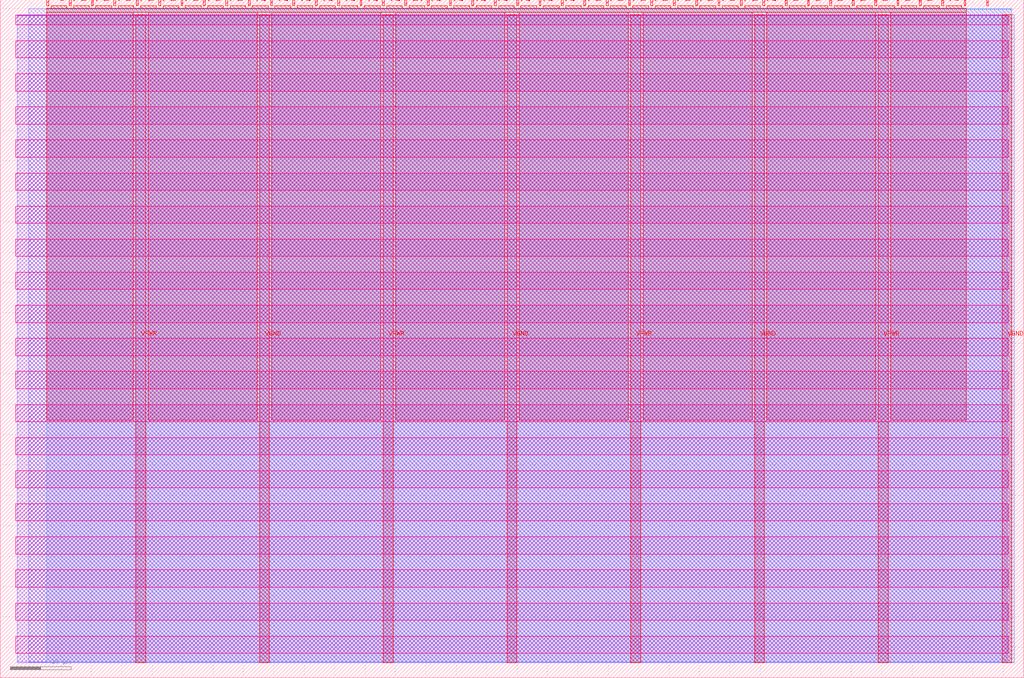
<source format=lef>
VERSION 5.7 ;
  NOWIREEXTENSIONATPIN ON ;
  DIVIDERCHAR "/" ;
  BUSBITCHARS "[]" ;
MACRO tt_um_simple_processor_pablopabota
  CLASS BLOCK ;
  FOREIGN tt_um_simple_processor_pablopabota ;
  ORIGIN 0.000 0.000 ;
  SIZE 168.360 BY 111.520 ;
  PIN VGND
    DIRECTION INOUT ;
    USE GROUND ;
    PORT
      LAYER met4 ;
        RECT 42.670 2.480 44.270 109.040 ;
    END
    PORT
      LAYER met4 ;
        RECT 83.380 2.480 84.980 109.040 ;
    END
    PORT
      LAYER met4 ;
        RECT 124.090 2.480 125.690 109.040 ;
    END
    PORT
      LAYER met4 ;
        RECT 164.800 2.480 166.400 109.040 ;
    END
  END VGND
  PIN VPWR
    DIRECTION INOUT ;
    USE POWER ;
    PORT
      LAYER met4 ;
        RECT 22.315 2.480 23.915 109.040 ;
    END
    PORT
      LAYER met4 ;
        RECT 63.025 2.480 64.625 109.040 ;
    END
    PORT
      LAYER met4 ;
        RECT 103.735 2.480 105.335 109.040 ;
    END
    PORT
      LAYER met4 ;
        RECT 144.445 2.480 146.045 109.040 ;
    END
  END VPWR
  PIN clk
    DIRECTION INPUT ;
    USE SIGNAL ;
    ANTENNAGATEAREA 0.852000 ;
    PORT
      LAYER met4 ;
        RECT 158.550 110.520 158.850 111.520 ;
    END
  END clk
  PIN ena
    DIRECTION INPUT ;
    USE SIGNAL ;
    PORT
      LAYER met4 ;
        RECT 162.230 110.520 162.530 111.520 ;
    END
  END ena
  PIN rst_n
    DIRECTION INPUT ;
    USE SIGNAL ;
    ANTENNAGATEAREA 0.213000 ;
    PORT
      LAYER met4 ;
        RECT 154.870 110.520 155.170 111.520 ;
    END
  END rst_n
  PIN ui_in[0]
    DIRECTION INPUT ;
    USE SIGNAL ;
    ANTENNAGATEAREA 0.196500 ;
    PORT
      LAYER met4 ;
        RECT 151.190 110.520 151.490 111.520 ;
    END
  END ui_in[0]
  PIN ui_in[1]
    DIRECTION INPUT ;
    USE SIGNAL ;
    ANTENNAGATEAREA 0.196500 ;
    PORT
      LAYER met4 ;
        RECT 147.510 110.520 147.810 111.520 ;
    END
  END ui_in[1]
  PIN ui_in[2]
    DIRECTION INPUT ;
    USE SIGNAL ;
    ANTENNAGATEAREA 0.213000 ;
    PORT
      LAYER met4 ;
        RECT 143.830 110.520 144.130 111.520 ;
    END
  END ui_in[2]
  PIN ui_in[3]
    DIRECTION INPUT ;
    USE SIGNAL ;
    ANTENNAGATEAREA 0.159000 ;
    PORT
      LAYER met4 ;
        RECT 140.150 110.520 140.450 111.520 ;
    END
  END ui_in[3]
  PIN ui_in[4]
    DIRECTION INPUT ;
    USE SIGNAL ;
    ANTENNAGATEAREA 0.196500 ;
    PORT
      LAYER met4 ;
        RECT 136.470 110.520 136.770 111.520 ;
    END
  END ui_in[4]
  PIN ui_in[5]
    DIRECTION INPUT ;
    USE SIGNAL ;
    PORT
      LAYER met4 ;
        RECT 132.790 110.520 133.090 111.520 ;
    END
  END ui_in[5]
  PIN ui_in[6]
    DIRECTION INPUT ;
    USE SIGNAL ;
    PORT
      LAYER met4 ;
        RECT 129.110 110.520 129.410 111.520 ;
    END
  END ui_in[6]
  PIN ui_in[7]
    DIRECTION INPUT ;
    USE SIGNAL ;
    PORT
      LAYER met4 ;
        RECT 125.430 110.520 125.730 111.520 ;
    END
  END ui_in[7]
  PIN uio_in[0]
    DIRECTION INPUT ;
    USE SIGNAL ;
    PORT
      LAYER met4 ;
        RECT 121.750 110.520 122.050 111.520 ;
    END
  END uio_in[0]
  PIN uio_in[1]
    DIRECTION INPUT ;
    USE SIGNAL ;
    PORT
      LAYER met4 ;
        RECT 118.070 110.520 118.370 111.520 ;
    END
  END uio_in[1]
  PIN uio_in[2]
    DIRECTION INPUT ;
    USE SIGNAL ;
    PORT
      LAYER met4 ;
        RECT 114.390 110.520 114.690 111.520 ;
    END
  END uio_in[2]
  PIN uio_in[3]
    DIRECTION INPUT ;
    USE SIGNAL ;
    PORT
      LAYER met4 ;
        RECT 110.710 110.520 111.010 111.520 ;
    END
  END uio_in[3]
  PIN uio_in[4]
    DIRECTION INPUT ;
    USE SIGNAL ;
    PORT
      LAYER met4 ;
        RECT 107.030 110.520 107.330 111.520 ;
    END
  END uio_in[4]
  PIN uio_in[5]
    DIRECTION INPUT ;
    USE SIGNAL ;
    PORT
      LAYER met4 ;
        RECT 103.350 110.520 103.650 111.520 ;
    END
  END uio_in[5]
  PIN uio_in[6]
    DIRECTION INPUT ;
    USE SIGNAL ;
    PORT
      LAYER met4 ;
        RECT 99.670 110.520 99.970 111.520 ;
    END
  END uio_in[6]
  PIN uio_in[7]
    DIRECTION INPUT ;
    USE SIGNAL ;
    PORT
      LAYER met4 ;
        RECT 95.990 110.520 96.290 111.520 ;
    END
  END uio_in[7]
  PIN uio_oe[0]
    DIRECTION OUTPUT TRISTATE ;
    USE SIGNAL ;
    PORT
      LAYER met4 ;
        RECT 33.430 110.520 33.730 111.520 ;
    END
  END uio_oe[0]
  PIN uio_oe[1]
    DIRECTION OUTPUT TRISTATE ;
    USE SIGNAL ;
    PORT
      LAYER met4 ;
        RECT 29.750 110.520 30.050 111.520 ;
    END
  END uio_oe[1]
  PIN uio_oe[2]
    DIRECTION OUTPUT TRISTATE ;
    USE SIGNAL ;
    PORT
      LAYER met4 ;
        RECT 26.070 110.520 26.370 111.520 ;
    END
  END uio_oe[2]
  PIN uio_oe[3]
    DIRECTION OUTPUT TRISTATE ;
    USE SIGNAL ;
    PORT
      LAYER met4 ;
        RECT 22.390 110.520 22.690 111.520 ;
    END
  END uio_oe[3]
  PIN uio_oe[4]
    DIRECTION OUTPUT TRISTATE ;
    USE SIGNAL ;
    PORT
      LAYER met4 ;
        RECT 18.710 110.520 19.010 111.520 ;
    END
  END uio_oe[4]
  PIN uio_oe[5]
    DIRECTION OUTPUT TRISTATE ;
    USE SIGNAL ;
    PORT
      LAYER met4 ;
        RECT 15.030 110.520 15.330 111.520 ;
    END
  END uio_oe[5]
  PIN uio_oe[6]
    DIRECTION OUTPUT TRISTATE ;
    USE SIGNAL ;
    PORT
      LAYER met4 ;
        RECT 11.350 110.520 11.650 111.520 ;
    END
  END uio_oe[6]
  PIN uio_oe[7]
    DIRECTION OUTPUT TRISTATE ;
    USE SIGNAL ;
    PORT
      LAYER met4 ;
        RECT 7.670 110.520 7.970 111.520 ;
    END
  END uio_oe[7]
  PIN uio_out[0]
    DIRECTION OUTPUT TRISTATE ;
    USE SIGNAL ;
    PORT
      LAYER met4 ;
        RECT 62.870 110.520 63.170 111.520 ;
    END
  END uio_out[0]
  PIN uio_out[1]
    DIRECTION OUTPUT TRISTATE ;
    USE SIGNAL ;
    PORT
      LAYER met4 ;
        RECT 59.190 110.520 59.490 111.520 ;
    END
  END uio_out[1]
  PIN uio_out[2]
    DIRECTION OUTPUT TRISTATE ;
    USE SIGNAL ;
    PORT
      LAYER met4 ;
        RECT 55.510 110.520 55.810 111.520 ;
    END
  END uio_out[2]
  PIN uio_out[3]
    DIRECTION OUTPUT TRISTATE ;
    USE SIGNAL ;
    PORT
      LAYER met4 ;
        RECT 51.830 110.520 52.130 111.520 ;
    END
  END uio_out[3]
  PIN uio_out[4]
    DIRECTION OUTPUT TRISTATE ;
    USE SIGNAL ;
    PORT
      LAYER met4 ;
        RECT 48.150 110.520 48.450 111.520 ;
    END
  END uio_out[4]
  PIN uio_out[5]
    DIRECTION OUTPUT TRISTATE ;
    USE SIGNAL ;
    PORT
      LAYER met4 ;
        RECT 44.470 110.520 44.770 111.520 ;
    END
  END uio_out[5]
  PIN uio_out[6]
    DIRECTION OUTPUT TRISTATE ;
    USE SIGNAL ;
    PORT
      LAYER met4 ;
        RECT 40.790 110.520 41.090 111.520 ;
    END
  END uio_out[6]
  PIN uio_out[7]
    DIRECTION OUTPUT TRISTATE ;
    USE SIGNAL ;
    PORT
      LAYER met4 ;
        RECT 37.110 110.520 37.410 111.520 ;
    END
  END uio_out[7]
  PIN uo_out[0]
    DIRECTION OUTPUT TRISTATE ;
    USE SIGNAL ;
    ANTENNADIFFAREA 0.795200 ;
    PORT
      LAYER met4 ;
        RECT 92.310 110.520 92.610 111.520 ;
    END
  END uo_out[0]
  PIN uo_out[1]
    DIRECTION OUTPUT TRISTATE ;
    USE SIGNAL ;
    ANTENNADIFFAREA 0.445500 ;
    PORT
      LAYER met4 ;
        RECT 88.630 110.520 88.930 111.520 ;
    END
  END uo_out[1]
  PIN uo_out[2]
    DIRECTION OUTPUT TRISTATE ;
    USE SIGNAL ;
    PORT
      LAYER met4 ;
        RECT 84.950 110.520 85.250 111.520 ;
    END
  END uo_out[2]
  PIN uo_out[3]
    DIRECTION OUTPUT TRISTATE ;
    USE SIGNAL ;
    PORT
      LAYER met4 ;
        RECT 81.270 110.520 81.570 111.520 ;
    END
  END uo_out[3]
  PIN uo_out[4]
    DIRECTION OUTPUT TRISTATE ;
    USE SIGNAL ;
    PORT
      LAYER met4 ;
        RECT 77.590 110.520 77.890 111.520 ;
    END
  END uo_out[4]
  PIN uo_out[5]
    DIRECTION OUTPUT TRISTATE ;
    USE SIGNAL ;
    PORT
      LAYER met4 ;
        RECT 73.910 110.520 74.210 111.520 ;
    END
  END uo_out[5]
  PIN uo_out[6]
    DIRECTION OUTPUT TRISTATE ;
    USE SIGNAL ;
    PORT
      LAYER met4 ;
        RECT 70.230 110.520 70.530 111.520 ;
    END
  END uo_out[6]
  PIN uo_out[7]
    DIRECTION OUTPUT TRISTATE ;
    USE SIGNAL ;
    PORT
      LAYER met4 ;
        RECT 66.550 110.520 66.850 111.520 ;
    END
  END uo_out[7]
  OBS
      LAYER nwell ;
        RECT 2.570 107.385 165.790 108.990 ;
        RECT 2.570 101.945 165.790 104.775 ;
        RECT 2.570 96.505 165.790 99.335 ;
        RECT 2.570 91.065 165.790 93.895 ;
        RECT 2.570 85.625 165.790 88.455 ;
        RECT 2.570 80.185 165.790 83.015 ;
        RECT 2.570 74.745 165.790 77.575 ;
        RECT 2.570 69.305 165.790 72.135 ;
        RECT 2.570 63.865 165.790 66.695 ;
        RECT 2.570 58.425 165.790 61.255 ;
        RECT 2.570 52.985 165.790 55.815 ;
        RECT 2.570 47.545 165.790 50.375 ;
        RECT 2.570 42.105 165.790 44.935 ;
        RECT 2.570 36.665 165.790 39.495 ;
        RECT 2.570 31.225 165.790 34.055 ;
        RECT 2.570 25.785 165.790 28.615 ;
        RECT 2.570 20.345 165.790 23.175 ;
        RECT 2.570 14.905 165.790 17.735 ;
        RECT 2.570 9.465 165.790 12.295 ;
        RECT 2.570 4.025 165.790 6.855 ;
      LAYER li1 ;
        RECT 2.760 2.635 165.600 108.885 ;
      LAYER met1 ;
        RECT 2.760 2.480 166.820 109.040 ;
      LAYER met2 ;
        RECT 4.700 2.535 166.370 110.005 ;
      LAYER met3 ;
        RECT 7.630 2.555 166.390 109.985 ;
      LAYER met4 ;
        RECT 8.370 110.120 10.950 110.520 ;
        RECT 12.050 110.120 14.630 110.520 ;
        RECT 15.730 110.120 18.310 110.520 ;
        RECT 19.410 110.120 21.990 110.520 ;
        RECT 23.090 110.120 25.670 110.520 ;
        RECT 26.770 110.120 29.350 110.520 ;
        RECT 30.450 110.120 33.030 110.520 ;
        RECT 34.130 110.120 36.710 110.520 ;
        RECT 37.810 110.120 40.390 110.520 ;
        RECT 41.490 110.120 44.070 110.520 ;
        RECT 45.170 110.120 47.750 110.520 ;
        RECT 48.850 110.120 51.430 110.520 ;
        RECT 52.530 110.120 55.110 110.520 ;
        RECT 56.210 110.120 58.790 110.520 ;
        RECT 59.890 110.120 62.470 110.520 ;
        RECT 63.570 110.120 66.150 110.520 ;
        RECT 67.250 110.120 69.830 110.520 ;
        RECT 70.930 110.120 73.510 110.520 ;
        RECT 74.610 110.120 77.190 110.520 ;
        RECT 78.290 110.120 80.870 110.520 ;
        RECT 81.970 110.120 84.550 110.520 ;
        RECT 85.650 110.120 88.230 110.520 ;
        RECT 89.330 110.120 91.910 110.520 ;
        RECT 93.010 110.120 95.590 110.520 ;
        RECT 96.690 110.120 99.270 110.520 ;
        RECT 100.370 110.120 102.950 110.520 ;
        RECT 104.050 110.120 106.630 110.520 ;
        RECT 107.730 110.120 110.310 110.520 ;
        RECT 111.410 110.120 113.990 110.520 ;
        RECT 115.090 110.120 117.670 110.520 ;
        RECT 118.770 110.120 121.350 110.520 ;
        RECT 122.450 110.120 125.030 110.520 ;
        RECT 126.130 110.120 128.710 110.520 ;
        RECT 129.810 110.120 132.390 110.520 ;
        RECT 133.490 110.120 136.070 110.520 ;
        RECT 137.170 110.120 139.750 110.520 ;
        RECT 140.850 110.120 143.430 110.520 ;
        RECT 144.530 110.120 147.110 110.520 ;
        RECT 148.210 110.120 150.790 110.520 ;
        RECT 151.890 110.120 154.470 110.520 ;
        RECT 155.570 110.120 158.150 110.520 ;
        RECT 7.655 109.440 158.865 110.120 ;
        RECT 7.655 42.335 21.915 109.440 ;
        RECT 24.315 42.335 42.270 109.440 ;
        RECT 44.670 42.335 62.625 109.440 ;
        RECT 65.025 42.335 82.980 109.440 ;
        RECT 85.380 42.335 103.335 109.440 ;
        RECT 105.735 42.335 123.690 109.440 ;
        RECT 126.090 42.335 144.045 109.440 ;
        RECT 146.445 42.335 158.865 109.440 ;
  END
END tt_um_simple_processor_pablopabota
END LIBRARY


</source>
